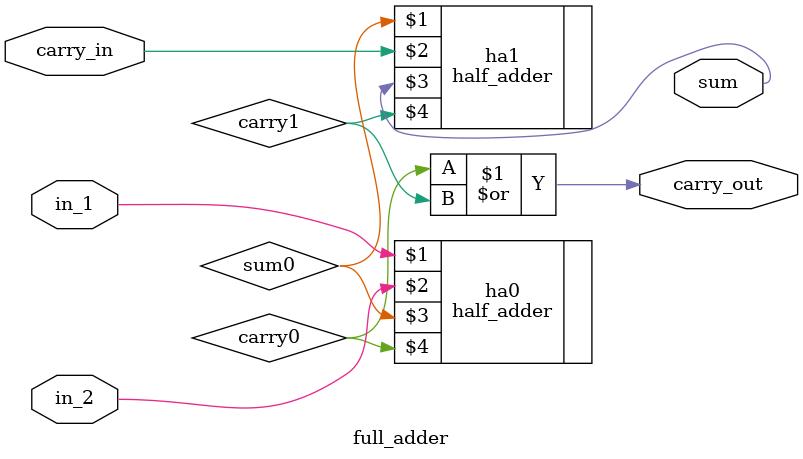
<source format=v>
/* full adder using structural modelling (2 half adders) */

`include "half_adder.v"

module full_adder(input in_1, input in_2, input carry_in, output carry_out, output sum); 
    wire carry0,sum0,carry1;
    half_adder ha0(in_1,in_2,sum0,carry0), ha1(sum0,carry_in,sum,carry1);
    or or_carry(carry_out,carry0,carry1);
endmodule
</source>
